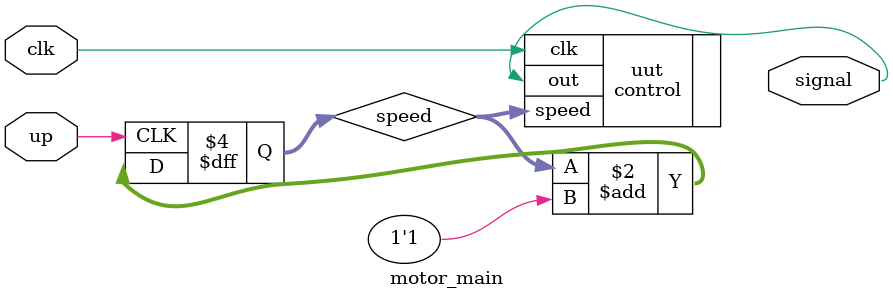
<source format=v>
module motor_main(clk,up,signal);
    input clk;
    input up;
    output signal;
    reg [2:0] speed;
    initial begin
        speed = 3'b0;
    end    

    always @(posedge up)begin
        speed <= speed + 1'd1;
    end 
    
    control uut(
        .clk(clk),
        .speed(speed),
        .out(signal)
    );
endmodule





</source>
